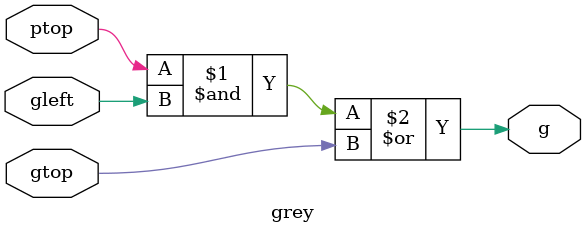
<source format=v>
module grey (
    input gleft, gtop, ptop,
    output g
);
    assign g = (ptop & gleft) | gtop;
    
endmodule
</source>
